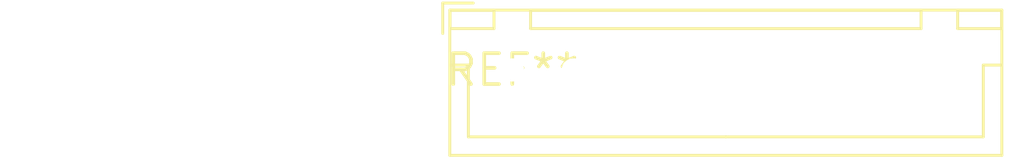
<source format=kicad_pcb>
(kicad_pcb (version 20240108) (generator pcbnew)
  (layers (0 "F.Cu" signal) (31 "B.Cu" signal) (34 "B.Paste" user) (35 "F.Paste" user) (36 "B.SilkS" user "B.Silkscreen") (37 "F.SilkS" user "F.Silkscreen") (38 "B.Mask" user) (39 "F.Mask" user) (44 "Edge.Cuts" user))
  (net 0 "")
  (footprint "JST_XH_B8B-XH-A_1x08_P2.50mm_Vertical" (layer "F.Cu") (at 0 0)
    (property "Reference" "REF**")
    (property "Value" "JST_XH_B8B-XH-A_1x08_P2.50mm_Vertical")
    (fp_line (start -2.85 -2.75) (end -2.85 -1.5) (layer "F.SilkS") (stroke (width 0.12)))
    (fp_line (start -2.56 -2.46) (end -2.56 3.51) (layer "F.SilkS") (stroke (width 0.12)))
    (fp_line (start -2.56 3.51) (end 20.06 3.51) (layer "F.SilkS") (stroke (width 0.12)))
    (fp_line (start -2.55 -2.45) (end -2.55 -1.7) (layer "F.SilkS") (stroke (width 0.12)))
    (fp_line (start -2.55 -1.7) (end -0.75 -1.7) (layer "F.SilkS") (stroke (width 0.12)))
    (fp_line (start -2.55 -0.2) (end -1.8 -0.2) (layer "F.SilkS") (stroke (width 0.12)))
    (fp_line (start -1.8 -0.2) (end -1.8 2.75) (layer "F.SilkS") (stroke (width 0.12)))
    (fp_line (start -1.8 2.75) (end 8.75 2.75) (layer "F.SilkS") (stroke (width 0.12)))
    (fp_line (start -1.6 -2.75) (end -2.85 -2.75) (layer "F.SilkS") (stroke (width 0.12)))
    (fp_line (start -0.75 -2.45) (end -2.55 -2.45) (layer "F.SilkS") (stroke (width 0.12)))
    (fp_line (start -0.75 -1.7) (end -0.75 -2.45) (layer "F.SilkS") (stroke (width 0.12)))
    (fp_line (start 0.75 -2.45) (end 0.75 -1.7) (layer "F.SilkS") (stroke (width 0.12)))
    (fp_line (start 0.75 -1.7) (end 16.75 -1.7) (layer "F.SilkS") (stroke (width 0.12)))
    (fp_line (start 16.75 -2.45) (end 0.75 -2.45) (layer "F.SilkS") (stroke (width 0.12)))
    (fp_line (start 16.75 -1.7) (end 16.75 -2.45) (layer "F.SilkS") (stroke (width 0.12)))
    (fp_line (start 18.25 -2.45) (end 18.25 -1.7) (layer "F.SilkS") (stroke (width 0.12)))
    (fp_line (start 18.25 -1.7) (end 20.05 -1.7) (layer "F.SilkS") (stroke (width 0.12)))
    (fp_line (start 19.3 -0.2) (end 19.3 2.75) (layer "F.SilkS") (stroke (width 0.12)))
    (fp_line (start 19.3 2.75) (end 8.75 2.75) (layer "F.SilkS") (stroke (width 0.12)))
    (fp_line (start 20.05 -2.45) (end 18.25 -2.45) (layer "F.SilkS") (stroke (width 0.12)))
    (fp_line (start 20.05 -1.7) (end 20.05 -2.45) (layer "F.SilkS") (stroke (width 0.12)))
    (fp_line (start 20.05 -0.2) (end 19.3 -0.2) (layer "F.SilkS") (stroke (width 0.12)))
    (fp_line (start 20.06 -2.46) (end -2.56 -2.46) (layer "F.SilkS") (stroke (width 0.12)))
    (fp_line (start 20.06 3.51) (end 20.06 -2.46) (layer "F.SilkS") (stroke (width 0.12)))
    (pad "1" thru_hole roundrect (at 0 0) (size 1.7 1.95) (drill 0.95) (layers *.Cu *.Mask) (remove_unused_layers) (roundrect_rratio 0.147059))
    (pad "2" thru_hole oval (at 2.5 0) (size 1.7 1.95) (drill 0.95) (layers *.Cu *.Mask) (remove_unused_layers))
    (pad "3" thru_hole oval (at 5 0) (size 1.7 1.95) (drill 0.95) (layers *.Cu *.Mask) (remove_unused_layers))
    (pad "4" thru_hole oval (at 7.5 0) (size 1.7 1.95) (drill 0.95) (layers *.Cu *.Mask) (remove_unused_layers))
    (pad "5" thru_hole oval (at 10 0) (size 1.7 1.95) (drill 0.95) (layers *.Cu *.Mask) (remove_unused_layers))
    (pad "6" thru_hole oval (at 12.5 0) (size 1.7 1.95) (drill 0.95) (layers *.Cu *.Mask) (remove_unused_layers))
    (pad "7" thru_hole oval (at 15 0) (size 1.7 1.95) (drill 0.95) (layers *.Cu *.Mask) (remove_unused_layers))
    (pad "8" thru_hole oval (at 17.5 0) (size 1.7 1.95) (drill 0.95) (layers *.Cu *.Mask) (remove_unused_layers))
  )
)
</source>
